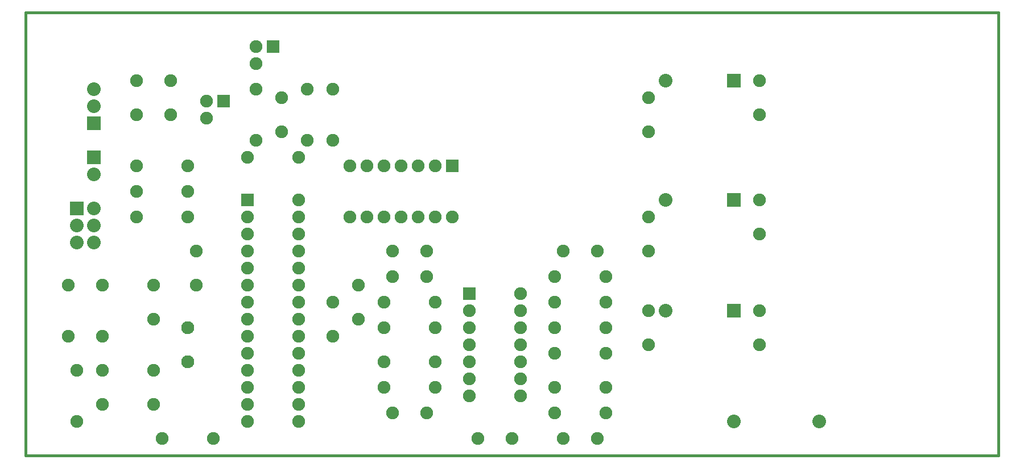
<source format=gbs>
G04 (created by PCBNEW-RS274X (2011-05-25)-stable) date Sun 14 Jun 2015 13:17:46 MST*
G01*
G70*
G90*
%MOIN*%
G04 Gerber Fmt 3.4, Leading zero omitted, Abs format*
%FSLAX34Y34*%
G04 APERTURE LIST*
%ADD10C,0.006000*%
%ADD11C,0.015000*%
%ADD12R,0.075000X0.075000*%
%ADD13C,0.075000*%
%ADD14C,0.080000*%
%ADD15R,0.080000X0.080000*%
%ADD16C,0.076000*%
G04 APERTURE END LIST*
G54D10*
G54D11*
X65000Y-07000D02*
X65000Y-33000D01*
X08000Y-33000D02*
X08000Y-07000D01*
X08000Y-07000D02*
X13000Y-07000D01*
X65000Y-33000D02*
X08000Y-33000D01*
X08000Y-07000D02*
X65000Y-07000D01*
G54D12*
X19600Y-12200D03*
G54D13*
X18600Y-12200D03*
X18600Y-13200D03*
G54D12*
X22500Y-09000D03*
G54D13*
X21500Y-09000D03*
X21500Y-10000D03*
X10500Y-23000D03*
X12500Y-23000D03*
X10500Y-26000D03*
X12500Y-26000D03*
G54D14*
X54500Y-31000D03*
X49500Y-31000D03*
G54D13*
X39000Y-27000D03*
X42000Y-27000D03*
X39000Y-30500D03*
X42000Y-30500D03*
X39000Y-29000D03*
X42000Y-29000D03*
X32000Y-29000D03*
X29000Y-29000D03*
X32000Y-27500D03*
X29000Y-27500D03*
X39000Y-22500D03*
X42000Y-22500D03*
X32000Y-24000D03*
X29000Y-24000D03*
X32000Y-25500D03*
X29000Y-25500D03*
X17500Y-19000D03*
X14500Y-19000D03*
X39000Y-25500D03*
X42000Y-25500D03*
X14500Y-16000D03*
X17500Y-16000D03*
X14500Y-17500D03*
X17500Y-17500D03*
X11000Y-31000D03*
X11000Y-28000D03*
X24000Y-15500D03*
X21000Y-15500D03*
X21500Y-11500D03*
X21500Y-14500D03*
X26000Y-11500D03*
X26000Y-14500D03*
X24500Y-14500D03*
X24500Y-11500D03*
X16000Y-32000D03*
X19000Y-32000D03*
X42000Y-24000D03*
X39000Y-24000D03*
G54D15*
X11000Y-18500D03*
G54D14*
X12000Y-18500D03*
X11000Y-19500D03*
X12000Y-19500D03*
X11000Y-20500D03*
X12000Y-20500D03*
G54D15*
X12000Y-13500D03*
G54D14*
X12000Y-12500D03*
X12000Y-11500D03*
G54D15*
X12000Y-15500D03*
G54D14*
X12000Y-16500D03*
G54D16*
X17500Y-27500D03*
X17500Y-25500D03*
G54D15*
X49500Y-24500D03*
G54D14*
X45500Y-24500D03*
G54D15*
X49500Y-18000D03*
G54D14*
X45500Y-18000D03*
G54D15*
X49500Y-11000D03*
G54D14*
X45500Y-11000D03*
G54D13*
X21000Y-19000D03*
X21000Y-20000D03*
X21000Y-21000D03*
X21000Y-22000D03*
X21000Y-23000D03*
X21000Y-24000D03*
X21000Y-25000D03*
X21000Y-26000D03*
X21000Y-27000D03*
X21000Y-28000D03*
X21000Y-29000D03*
X21000Y-30000D03*
X21000Y-31000D03*
G54D12*
X21000Y-18000D03*
G54D13*
X24000Y-31000D03*
X24000Y-30000D03*
X24000Y-29000D03*
X24000Y-28000D03*
X24000Y-27000D03*
X24000Y-26000D03*
X24000Y-25000D03*
X24000Y-24000D03*
X24000Y-23000D03*
X24000Y-22000D03*
X24000Y-21000D03*
X24000Y-20000D03*
X24000Y-19000D03*
X24000Y-18000D03*
G54D12*
X34000Y-23500D03*
G54D13*
X34000Y-24500D03*
X34000Y-25500D03*
X34000Y-26500D03*
X34000Y-27500D03*
X34000Y-28500D03*
X34000Y-29500D03*
X37000Y-29500D03*
X37000Y-28500D03*
X37000Y-27500D03*
X37000Y-26500D03*
X37000Y-25500D03*
X37000Y-24500D03*
X37000Y-23500D03*
X15500Y-25000D03*
X15500Y-23000D03*
X16500Y-13000D03*
X14500Y-13000D03*
X12500Y-28000D03*
X12500Y-30000D03*
X27500Y-25000D03*
X27500Y-23000D03*
X26000Y-26000D03*
X26000Y-24000D03*
X18000Y-23000D03*
X18000Y-21000D03*
X41500Y-32000D03*
X39500Y-32000D03*
X34500Y-32000D03*
X36500Y-32000D03*
X29500Y-30500D03*
X31500Y-30500D03*
X41500Y-21000D03*
X39500Y-21000D03*
X29500Y-22500D03*
X31500Y-22500D03*
X15500Y-28000D03*
X15500Y-30000D03*
X31500Y-21000D03*
X29500Y-21000D03*
X23000Y-14000D03*
X23000Y-12000D03*
X44500Y-12000D03*
X44500Y-14000D03*
X51000Y-11000D03*
X51000Y-13000D03*
X44500Y-19000D03*
X44500Y-21000D03*
X51000Y-18000D03*
X51000Y-20000D03*
X44500Y-24500D03*
X44500Y-26500D03*
X51000Y-24500D03*
X51000Y-26500D03*
X16500Y-11000D03*
X14500Y-11000D03*
G54D12*
X33000Y-16000D03*
G54D13*
X32000Y-16000D03*
X31000Y-16000D03*
X30000Y-16000D03*
X29000Y-16000D03*
X28000Y-16000D03*
X27000Y-16000D03*
X27000Y-19000D03*
X28000Y-19000D03*
X29000Y-19000D03*
X30000Y-19000D03*
X31000Y-19000D03*
X32000Y-19000D03*
X33000Y-19000D03*
M02*

</source>
